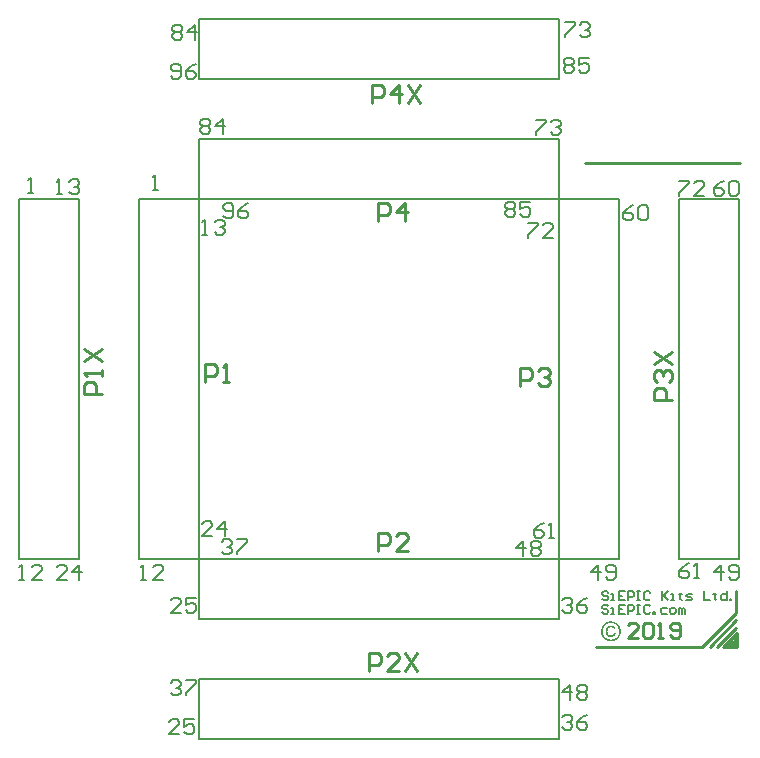
<source format=gto>
G04*
G04 #@! TF.GenerationSoftware,Altium Limited,Altium Designer,19.1.5 (86)*
G04*
G04 Layer_Color=65535*
%FSLAX25Y25*%
%MOIN*%
G70*
G01*
G75*
%ADD10C,0.01000*%
%ADD11C,0.00787*%
%ADD12C,0.00800*%
%ADD13C,0.00600*%
G36*
X200242Y41561D02*
X200317D01*
X200410Y41551D01*
X200513Y41533D01*
X200625Y41514D01*
X200868Y41467D01*
X201147Y41383D01*
X201437Y41281D01*
X201586Y41206D01*
X201735Y41131D01*
X201745Y41122D01*
X201773Y41113D01*
X201810Y41085D01*
X201866Y41057D01*
X201931Y41010D01*
X202015Y40954D01*
X202099Y40889D01*
X202192Y40814D01*
X202295Y40730D01*
X202398Y40646D01*
X202603Y40432D01*
X202799Y40180D01*
X202985Y39900D01*
X202995Y39891D01*
X203004Y39862D01*
X203023Y39825D01*
X203060Y39760D01*
X203088Y39685D01*
X203125Y39601D01*
X203172Y39508D01*
X203209Y39396D01*
X203256Y39275D01*
X203293Y39144D01*
X203368Y38864D01*
X203415Y38556D01*
X203424Y38398D01*
X203433Y38239D01*
Y38230D01*
Y38202D01*
Y38155D01*
X203424Y38090D01*
Y38015D01*
X203415Y37922D01*
X203396Y37819D01*
X203377Y37707D01*
X203321Y37455D01*
X203247Y37185D01*
X203135Y36886D01*
X203060Y36737D01*
X202985Y36588D01*
X202976Y36578D01*
X202967Y36550D01*
X202939Y36513D01*
X202902Y36457D01*
X202864Y36392D01*
X202808Y36317D01*
X202743Y36233D01*
X202668Y36140D01*
X202491Y35935D01*
X202286Y35729D01*
X202034Y35533D01*
X201754Y35356D01*
X201745D01*
X201717Y35337D01*
X201679Y35319D01*
X201614Y35291D01*
X201549Y35254D01*
X201465Y35216D01*
X201362Y35179D01*
X201250Y35142D01*
X201138Y35095D01*
X201008Y35058D01*
X200728Y34983D01*
X200420Y34936D01*
X200261Y34927D01*
X200102Y34918D01*
X200019D01*
X199953Y34927D01*
X199879D01*
X199785Y34946D01*
X199683Y34955D01*
X199571Y34974D01*
X199319Y35030D01*
X199048Y35104D01*
X198750Y35216D01*
X198600Y35282D01*
X198451Y35356D01*
X198442Y35366D01*
X198414Y35375D01*
X198376Y35403D01*
X198320Y35440D01*
X198255Y35487D01*
X198180Y35533D01*
X198097Y35599D01*
X198003Y35673D01*
X197798Y35851D01*
X197593Y36065D01*
X197397Y36308D01*
X197220Y36588D01*
Y36597D01*
X197201Y36625D01*
X197182Y36662D01*
X197154Y36728D01*
X197117Y36802D01*
X197080Y36886D01*
X197042Y36980D01*
X197005Y37091D01*
X196958Y37213D01*
X196921Y37343D01*
X196846Y37623D01*
X196800Y37922D01*
X196790Y38080D01*
X196781Y38239D01*
Y38249D01*
Y38276D01*
Y38323D01*
X196790Y38388D01*
Y38463D01*
X196809Y38556D01*
X196818Y38659D01*
X196837Y38771D01*
X196893Y39023D01*
X196968Y39303D01*
X197080Y39601D01*
X197145Y39751D01*
X197220Y39900D01*
X197229Y39909D01*
X197238Y39937D01*
X197266Y39974D01*
X197303Y40031D01*
X197350Y40096D01*
X197406Y40180D01*
X197471Y40264D01*
X197546Y40357D01*
X197723Y40553D01*
X197929Y40758D01*
X198180Y40954D01*
X198460Y41131D01*
X198470Y41141D01*
X198498Y41150D01*
X198544Y41169D01*
X198600Y41197D01*
X198675Y41234D01*
X198759Y41271D01*
X198862Y41309D01*
X198964Y41355D01*
X199085Y41393D01*
X199216Y41430D01*
X199496Y41505D01*
X199795Y41551D01*
X199944Y41570D01*
X200186D01*
X200242Y41561D01*
D02*
G37*
%LPC*%
G36*
X200102Y41019D02*
X200037D01*
X199981Y41010D01*
X199916D01*
X199851Y41001D01*
X199767Y40992D01*
X199673Y40973D01*
X199459Y40936D01*
X199235Y40870D01*
X198992Y40777D01*
X198740Y40656D01*
X198731D01*
X198712Y40637D01*
X198675Y40618D01*
X198628Y40590D01*
X198572Y40553D01*
X198507Y40506D01*
X198367Y40394D01*
X198199Y40245D01*
X198022Y40068D01*
X197854Y39853D01*
X197705Y39620D01*
Y39611D01*
X197686Y39592D01*
X197667Y39555D01*
X197649Y39508D01*
X197621Y39443D01*
X197583Y39377D01*
X197555Y39293D01*
X197518Y39200D01*
X197453Y38995D01*
X197387Y38762D01*
X197350Y38500D01*
X197332Y38239D01*
Y38230D01*
Y38211D01*
Y38164D01*
X197341Y38118D01*
Y38052D01*
X197350Y37978D01*
X197360Y37894D01*
X197378Y37801D01*
X197425Y37586D01*
X197481Y37353D01*
X197574Y37110D01*
X197695Y36858D01*
Y36849D01*
X197714Y36830D01*
X197733Y36793D01*
X197761Y36746D01*
X197798Y36690D01*
X197845Y36634D01*
X197957Y36485D01*
X198106Y36317D01*
X198283Y36149D01*
X198488Y35981D01*
X198722Y35832D01*
X198731D01*
X198750Y35813D01*
X198787Y35795D01*
X198834Y35776D01*
X198899Y35748D01*
X198974Y35720D01*
X199048Y35683D01*
X199142Y35655D01*
X199347Y35580D01*
X199580Y35524D01*
X199841Y35487D01*
X200102Y35468D01*
X200177D01*
X200224Y35477D01*
X200289D01*
X200364Y35487D01*
X200448Y35496D01*
X200541Y35515D01*
X200756Y35561D01*
X200989Y35617D01*
X201231Y35711D01*
X201483Y35832D01*
X201493D01*
X201511Y35851D01*
X201549Y35869D01*
X201595Y35897D01*
X201651Y35935D01*
X201717Y35981D01*
X201856Y36093D01*
X202025Y36242D01*
X202192Y36420D01*
X202360Y36625D01*
X202510Y36858D01*
Y36868D01*
X202528Y36886D01*
X202547Y36924D01*
X202566Y36970D01*
X202594Y37036D01*
X202631Y37110D01*
X202659Y37185D01*
X202696Y37278D01*
X202762Y37483D01*
X202827Y37717D01*
X202864Y37978D01*
X202883Y38239D01*
Y38249D01*
Y38267D01*
Y38314D01*
X202873Y38360D01*
Y38426D01*
X202864Y38500D01*
X202855Y38584D01*
X202836Y38678D01*
X202789Y38892D01*
X202724Y39125D01*
X202631Y39368D01*
X202510Y39620D01*
Y39629D01*
X202491Y39648D01*
X202472Y39685D01*
X202444Y39732D01*
X202407Y39788D01*
X202360Y39853D01*
X202239Y40003D01*
X202090Y40170D01*
X201912Y40338D01*
X201707Y40506D01*
X201465Y40656D01*
X201455D01*
X201437Y40674D01*
X201399Y40693D01*
X201353Y40712D01*
X201287Y40740D01*
X201222Y40767D01*
X201138Y40805D01*
X201045Y40842D01*
X200840Y40907D01*
X200606Y40964D01*
X200364Y41001D01*
X200102Y41019D01*
D02*
G37*
%LPD*%
G36*
X200345Y40096D02*
X200485Y40077D01*
X200634Y40040D01*
X200793Y39993D01*
X200961Y39919D01*
X201110Y39825D01*
X201129Y39816D01*
X201175Y39779D01*
X201241Y39713D01*
X201325Y39629D01*
X201418Y39517D01*
X201502Y39387D01*
X201586Y39237D01*
X201651Y39070D01*
X201129Y38930D01*
X201119Y38948D01*
X201101Y38985D01*
X201073Y39042D01*
X201026Y39116D01*
X200970Y39200D01*
X200905Y39284D01*
X200821Y39359D01*
X200728Y39433D01*
X200718Y39443D01*
X200681Y39461D01*
X200634Y39489D01*
X200560Y39527D01*
X200476Y39564D01*
X200373Y39592D01*
X200252Y39611D01*
X200131Y39620D01*
X200084D01*
X200046Y39611D01*
X199953Y39601D01*
X199832Y39573D01*
X199701Y39536D01*
X199561Y39471D01*
X199421Y39377D01*
X199291Y39256D01*
X199281Y39237D01*
X199244Y39191D01*
X199188Y39107D01*
X199132Y38985D01*
X199067Y38846D01*
X199020Y38659D01*
X198983Y38454D01*
X198964Y38211D01*
Y38202D01*
Y38183D01*
Y38146D01*
X198974Y38099D01*
Y38043D01*
X198983Y37978D01*
X199002Y37829D01*
X199039Y37670D01*
X199095Y37502D01*
X199170Y37334D01*
X199272Y37194D01*
X199291Y37176D01*
X199328Y37138D01*
X199393Y37082D01*
X199487Y37026D01*
X199608Y36961D01*
X199739Y36905D01*
X199897Y36868D01*
X200075Y36849D01*
X200140D01*
X200214Y36858D01*
X200317Y36877D01*
X200420Y36905D01*
X200541Y36942D01*
X200662Y36998D01*
X200774Y37073D01*
X200784Y37082D01*
X200821Y37119D01*
X200877Y37166D01*
X200933Y37241D01*
X201008Y37325D01*
X201073Y37437D01*
X201129Y37558D01*
X201175Y37698D01*
X201717Y37539D01*
Y37530D01*
X201707Y37511D01*
X201698Y37483D01*
X201689Y37446D01*
X201651Y37353D01*
X201595Y37222D01*
X201521Y37082D01*
X201418Y36933D01*
X201297Y36793D01*
X201147Y36662D01*
X201138D01*
X201129Y36653D01*
X201073Y36616D01*
X200979Y36560D01*
X200858Y36504D01*
X200709Y36438D01*
X200532Y36392D01*
X200326Y36355D01*
X200112Y36336D01*
X200037D01*
X199981Y36345D01*
X199916Y36355D01*
X199841Y36364D01*
X199664Y36401D01*
X199459Y36457D01*
X199244Y36541D01*
X199142Y36597D01*
X199039Y36672D01*
X198936Y36746D01*
X198843Y36830D01*
X198834Y36840D01*
X198824Y36858D01*
X198796Y36886D01*
X198768Y36924D01*
X198731Y36970D01*
X198694Y37036D01*
X198647Y37110D01*
X198610Y37194D01*
X198563Y37288D01*
X198516Y37390D01*
X198479Y37511D01*
X198442Y37633D01*
X198414Y37773D01*
X198386Y37913D01*
X198376Y38071D01*
X198367Y38230D01*
Y38239D01*
Y38258D01*
Y38286D01*
Y38323D01*
X198376Y38435D01*
X198395Y38575D01*
X198423Y38734D01*
X198460Y38901D01*
X198507Y39070D01*
X198582Y39237D01*
Y39247D01*
X198591Y39256D01*
X198619Y39312D01*
X198675Y39387D01*
X198740Y39480D01*
X198834Y39592D01*
X198936Y39695D01*
X199067Y39797D01*
X199207Y39891D01*
X199216D01*
X199225Y39900D01*
X199281Y39928D01*
X199365Y39965D01*
X199477Y40003D01*
X199617Y40040D01*
X199776Y40077D01*
X199953Y40105D01*
X200140Y40114D01*
X200242D01*
X200345Y40096D01*
D02*
G37*
D10*
X191600Y194200D02*
X243200D01*
X230364Y32828D02*
X241781Y44246D01*
X233021Y33124D02*
X241879Y41982D01*
X235383Y32927D02*
X241879Y39423D01*
X237450Y32828D02*
X242175Y37553D01*
X237450Y32828D02*
X242076D01*
X242175Y32927D01*
Y37553D01*
X241387Y36765D02*
X242175Y37553D01*
X241387Y33517D02*
Y36765D01*
X241289Y33419D02*
X241387Y33517D01*
X239222Y33419D02*
X241289D01*
X239222D02*
Y33714D01*
X240600Y35092D01*
Y34108D02*
Y35092D01*
X239911Y33419D02*
X240600Y34108D01*
X195013Y32828D02*
X230364D01*
X241781Y44246D02*
Y51502D01*
X209113Y36002D02*
X205781D01*
X209113Y39334D01*
Y40167D01*
X208280Y41000D01*
X206614D01*
X205781Y40167D01*
X210779D02*
X211612Y41000D01*
X213279D01*
X214112Y40167D01*
Y36835D01*
X213279Y36002D01*
X211612D01*
X210779Y36835D01*
Y40167D01*
X215778Y36002D02*
X217444D01*
X216611D01*
Y41000D01*
X215778Y40167D01*
X219943Y36835D02*
X220776Y36002D01*
X222442D01*
X223275Y36835D01*
Y40167D01*
X222442Y41000D01*
X220776D01*
X219943Y40167D01*
Y39334D01*
X220776Y38501D01*
X223275D01*
X120400Y214400D02*
Y220398D01*
X123399D01*
X124399Y219398D01*
Y217399D01*
X123399Y216399D01*
X120400D01*
X129397Y214400D02*
Y220398D01*
X126398Y217399D01*
X130397D01*
X132396Y220398D02*
X136395Y214400D01*
Y220398D02*
X132396Y214400D01*
X220400Y115400D02*
X214402D01*
Y118399D01*
X215402Y119399D01*
X217401D01*
X218401Y118399D01*
Y115400D01*
X215402Y121398D02*
X214402Y122398D01*
Y124397D01*
X215402Y125397D01*
X216401D01*
X217401Y124397D01*
Y123397D01*
Y124397D01*
X218401Y125397D01*
X219400D01*
X220400Y124397D01*
Y122398D01*
X219400Y121398D01*
X214402Y127396D02*
X220400Y131395D01*
X214402D02*
X220400Y127396D01*
X119400Y24900D02*
Y30898D01*
X122399D01*
X123399Y29898D01*
Y27899D01*
X122399Y26899D01*
X119400D01*
X129397Y24900D02*
X125398D01*
X129397Y28899D01*
Y29898D01*
X128397Y30898D01*
X126398D01*
X125398Y29898D01*
X131396Y30898D02*
X135395Y24900D01*
Y30898D02*
X131396Y24900D01*
X30400Y117400D02*
X24402D01*
Y120399D01*
X25402Y121399D01*
X27401D01*
X28401Y120399D01*
Y117400D01*
X30400Y123398D02*
Y125397D01*
Y124398D01*
X24402D01*
X25402Y123398D01*
X24402Y128396D02*
X30400Y132395D01*
X24402D02*
X30400Y128396D01*
X122400Y174900D02*
Y180898D01*
X125399D01*
X126399Y179898D01*
Y177899D01*
X125399Y176899D01*
X122400D01*
X131397Y174900D02*
Y180898D01*
X128398Y177899D01*
X132397D01*
X169900Y119900D02*
Y125898D01*
X172899D01*
X173899Y124898D01*
Y122899D01*
X172899Y121899D01*
X169900D01*
X175898Y124898D02*
X176898Y125898D01*
X178897D01*
X179897Y124898D01*
Y123899D01*
X178897Y122899D01*
X177897D01*
X178897D01*
X179897Y121899D01*
Y120900D01*
X178897Y119900D01*
X176898D01*
X175898Y120900D01*
X122400Y64900D02*
Y70898D01*
X125399D01*
X126399Y69898D01*
Y67899D01*
X125399Y66899D01*
X122400D01*
X132397Y64900D02*
X128398D01*
X132397Y68899D01*
Y69898D01*
X131397Y70898D01*
X129398D01*
X128398Y69898D01*
X64900Y121400D02*
Y127398D01*
X67899D01*
X68899Y126398D01*
Y124399D01*
X67899Y123399D01*
X64900D01*
X70898Y121400D02*
X72897D01*
X71898D01*
Y127398D01*
X70898Y126398D01*
D11*
X62900Y242400D02*
X182900D01*
X62900Y222400D02*
Y242400D01*
Y222400D02*
X182900D01*
Y242400D01*
X242900Y62400D02*
Y182400D01*
X222900D02*
X242900D01*
X222900Y62400D02*
Y182400D01*
Y62400D02*
X242900D01*
X62900Y2400D02*
X182900D01*
Y22400D01*
X62900D02*
X182900D01*
X62900Y2400D02*
Y22400D01*
X2900Y62400D02*
Y182400D01*
Y62400D02*
X22900D01*
Y182400D01*
X2900D02*
X22900D01*
X62900Y202400D02*
X182900D01*
X62900Y182400D02*
Y202400D01*
Y182400D02*
X182900D01*
Y202400D01*
X202900Y62400D02*
Y182400D01*
X182900D02*
X202900D01*
X182900Y62400D02*
Y182400D01*
Y62400D02*
X202900D01*
X42900D02*
Y182400D01*
Y62400D02*
X62900D01*
Y182400D01*
X42900D02*
X62900D01*
Y42400D02*
X182900D01*
Y62400D01*
X62900D02*
X182900D01*
X62900Y42400D02*
Y62400D01*
D12*
X172400Y174398D02*
X175732D01*
Y173565D01*
X172400Y170233D01*
Y169400D01*
X180731D02*
X177398D01*
X180731Y172732D01*
Y173565D01*
X179898Y174398D01*
X178231D01*
X177398Y173565D01*
X184800Y241298D02*
X188132D01*
Y240465D01*
X184800Y237133D01*
Y236300D01*
X189798Y240465D02*
X190631Y241298D01*
X192298D01*
X193131Y240465D01*
Y239632D01*
X192298Y238799D01*
X191464D01*
X192298D01*
X193131Y237966D01*
Y237133D01*
X192298Y236300D01*
X190631D01*
X189798Y237133D01*
X184400Y228565D02*
X185233Y229398D01*
X186899D01*
X187732Y228565D01*
Y227732D01*
X186899Y226899D01*
X187732Y226066D01*
Y225233D01*
X186899Y224400D01*
X185233D01*
X184400Y225233D01*
Y226066D01*
X185233Y226899D01*
X184400Y227732D01*
Y228565D01*
X185233Y226899D02*
X186899D01*
X192731Y229398D02*
X189398D01*
Y226899D01*
X191065Y227732D01*
X191898D01*
X192731Y226899D01*
Y225233D01*
X191898Y224400D01*
X190231D01*
X189398Y225233D01*
X53900Y239565D02*
X54733Y240398D01*
X56399D01*
X57232Y239565D01*
Y238732D01*
X56399Y237899D01*
X57232Y237066D01*
Y236233D01*
X56399Y235400D01*
X54733D01*
X53900Y236233D01*
Y237066D01*
X54733Y237899D01*
X53900Y238732D01*
Y239565D01*
X54733Y237899D02*
X56399D01*
X61398Y235400D02*
Y240398D01*
X58898Y237899D01*
X62231D01*
X53400Y223233D02*
X54233Y222400D01*
X55899D01*
X56732Y223233D01*
Y226565D01*
X55899Y227398D01*
X54233D01*
X53400Y226565D01*
Y225732D01*
X54233Y224899D01*
X56732D01*
X61731Y227398D02*
X60065Y226565D01*
X58398Y224899D01*
Y223233D01*
X59231Y222400D01*
X60898D01*
X61731Y223233D01*
Y224066D01*
X60898Y224899D01*
X58398D01*
X236899Y55400D02*
Y60398D01*
X234400Y57899D01*
X237732D01*
X239398Y56233D02*
X240231Y55400D01*
X241898D01*
X242731Y56233D01*
Y59565D01*
X241898Y60398D01*
X240231D01*
X239398Y59565D01*
Y58732D01*
X240231Y57899D01*
X242731D01*
X226232Y60898D02*
X224566Y60065D01*
X222900Y58399D01*
Y56733D01*
X223733Y55900D01*
X225399D01*
X226232Y56733D01*
Y57566D01*
X225399Y58399D01*
X222900D01*
X227898Y55900D02*
X229564D01*
X228731D01*
Y60898D01*
X227898Y60065D01*
X237732Y188398D02*
X236066Y187565D01*
X234400Y185899D01*
Y184233D01*
X235233Y183400D01*
X236899D01*
X237732Y184233D01*
Y185066D01*
X236899Y185899D01*
X234400D01*
X239398Y187565D02*
X240231Y188398D01*
X241898D01*
X242731Y187565D01*
Y184233D01*
X241898Y183400D01*
X240231D01*
X239398Y184233D01*
Y187565D01*
X222900Y188398D02*
X226232D01*
Y187565D01*
X222900Y184233D01*
Y183400D01*
X231231D02*
X227898D01*
X231231Y186732D01*
Y187565D01*
X230398Y188398D01*
X228731D01*
X227898Y187565D01*
X56232Y3900D02*
X52900D01*
X56232Y7232D01*
Y8065D01*
X55399Y8898D01*
X53733D01*
X52900Y8065D01*
X61231Y8898D02*
X57898D01*
Y6399D01*
X59565Y7232D01*
X60398D01*
X61231Y6399D01*
Y4733D01*
X60398Y3900D01*
X58731D01*
X57898Y4733D01*
X53400Y21065D02*
X54233Y21898D01*
X55899D01*
X56732Y21065D01*
Y20232D01*
X55899Y19399D01*
X55066D01*
X55899D01*
X56732Y18566D01*
Y17733D01*
X55899Y16900D01*
X54233D01*
X53400Y17733D01*
X58398Y21898D02*
X61731D01*
Y21065D01*
X58398Y17733D01*
Y16900D01*
X183900Y9565D02*
X184733Y10398D01*
X186399D01*
X187232Y9565D01*
Y8732D01*
X186399Y7899D01*
X185566D01*
X186399D01*
X187232Y7066D01*
Y6233D01*
X186399Y5400D01*
X184733D01*
X183900Y6233D01*
X192231Y10398D02*
X190565Y9565D01*
X188898Y7899D01*
Y6233D01*
X189731Y5400D01*
X191398D01*
X192231Y6233D01*
Y7066D01*
X191398Y7899D01*
X188898D01*
X186399Y15400D02*
Y20398D01*
X183900Y17899D01*
X187232D01*
X188898Y19565D02*
X189731Y20398D01*
X191398D01*
X192231Y19565D01*
Y18732D01*
X191398Y17899D01*
X192231Y17066D01*
Y16233D01*
X191398Y15400D01*
X189731D01*
X188898Y16233D01*
Y17066D01*
X189731Y17899D01*
X188898Y18732D01*
Y19565D01*
X189731Y17899D02*
X191398D01*
X5900Y184400D02*
X7566D01*
X6733D01*
Y189398D01*
X5900Y188565D01*
X15400Y183900D02*
X17066D01*
X16233D01*
Y188898D01*
X15400Y188065D01*
X19565D02*
X20398Y188898D01*
X22064D01*
X22898Y188065D01*
Y187232D01*
X22064Y186399D01*
X21231D01*
X22064D01*
X22898Y185566D01*
Y184733D01*
X22064Y183900D01*
X20398D01*
X19565Y184733D01*
X2900Y55400D02*
X4566D01*
X3733D01*
Y60398D01*
X2900Y59565D01*
X10398Y55400D02*
X7065D01*
X10398Y58732D01*
Y59565D01*
X9565Y60398D01*
X7898D01*
X7065Y59565D01*
X18732Y55400D02*
X15400D01*
X18732Y58732D01*
Y59565D01*
X17899Y60398D01*
X16233D01*
X15400Y59565D01*
X22898Y55400D02*
Y60398D01*
X20398Y57899D01*
X23731D01*
X175100Y208798D02*
X178432D01*
Y207965D01*
X175100Y204633D01*
Y203800D01*
X180098Y207965D02*
X180931Y208798D01*
X182598D01*
X183431Y207965D01*
Y207132D01*
X182598Y206299D01*
X181764D01*
X182598D01*
X183431Y205466D01*
Y204633D01*
X182598Y203800D01*
X180931D01*
X180098Y204633D01*
X164900Y180565D02*
X165733Y181398D01*
X167399D01*
X168232Y180565D01*
Y179732D01*
X167399Y178899D01*
X168232Y178066D01*
Y177233D01*
X167399Y176400D01*
X165733D01*
X164900Y177233D01*
Y178066D01*
X165733Y178899D01*
X164900Y179732D01*
Y180565D01*
X165733Y178899D02*
X167399D01*
X173231Y181398D02*
X169898D01*
Y178899D01*
X171564Y179732D01*
X172398D01*
X173231Y178899D01*
Y177233D01*
X172398Y176400D01*
X170731D01*
X169898Y177233D01*
X63300Y208165D02*
X64133Y208998D01*
X65799D01*
X66632Y208165D01*
Y207332D01*
X65799Y206499D01*
X66632Y205666D01*
Y204833D01*
X65799Y204000D01*
X64133D01*
X63300Y204833D01*
Y205666D01*
X64133Y206499D01*
X63300Y207332D01*
Y208165D01*
X64133Y206499D02*
X65799D01*
X70798Y204000D02*
Y208998D01*
X68298Y206499D01*
X71631D01*
X70900Y176733D02*
X71733Y175900D01*
X73399D01*
X74232Y176733D01*
Y180065D01*
X73399Y180898D01*
X71733D01*
X70900Y180065D01*
Y179232D01*
X71733Y178399D01*
X74232D01*
X79231Y180898D02*
X77565Y180065D01*
X75898Y178399D01*
Y176733D01*
X76731Y175900D01*
X78398D01*
X79231Y176733D01*
Y177566D01*
X78398Y178399D01*
X75898D01*
X195899Y55400D02*
Y60398D01*
X193400Y57899D01*
X196732D01*
X198398Y56233D02*
X199231Y55400D01*
X200898D01*
X201731Y56233D01*
Y59565D01*
X200898Y60398D01*
X199231D01*
X198398Y59565D01*
Y58732D01*
X199231Y57899D01*
X201731D01*
X177732Y74398D02*
X176066Y73565D01*
X174400Y71899D01*
Y70233D01*
X175233Y69400D01*
X176899D01*
X177732Y70233D01*
Y71066D01*
X176899Y71899D01*
X174400D01*
X179398Y69400D02*
X181064D01*
X180231D01*
Y74398D01*
X179398Y73565D01*
X207632Y180198D02*
X205966Y179365D01*
X204300Y177699D01*
Y176033D01*
X205133Y175200D01*
X206799D01*
X207632Y176033D01*
Y176866D01*
X206799Y177699D01*
X204300D01*
X209298Y179365D02*
X210131Y180198D01*
X211798D01*
X212631Y179365D01*
Y176033D01*
X211798Y175200D01*
X210131D01*
X209298Y176033D01*
Y179365D01*
X47400Y185400D02*
X49066D01*
X48233D01*
Y190398D01*
X47400Y189565D01*
X63900Y170400D02*
X65566D01*
X64733D01*
Y175398D01*
X63900Y174565D01*
X68065D02*
X68898Y175398D01*
X70565D01*
X71398Y174565D01*
Y173732D01*
X70565Y172899D01*
X69731D01*
X70565D01*
X71398Y172066D01*
Y171233D01*
X70565Y170400D01*
X68898D01*
X68065Y171233D01*
X43400Y55400D02*
X45066D01*
X44233D01*
Y60398D01*
X43400Y59565D01*
X50898Y55400D02*
X47565D01*
X50898Y58732D01*
Y59565D01*
X50064Y60398D01*
X48398D01*
X47565Y59565D01*
X67232Y69900D02*
X63900D01*
X67232Y73232D01*
Y74065D01*
X66399Y74898D01*
X64733D01*
X63900Y74065D01*
X71398Y69900D02*
Y74898D01*
X68898Y72399D01*
X72231D01*
X56732Y44400D02*
X53400D01*
X56732Y47732D01*
Y48565D01*
X55899Y49398D01*
X54233D01*
X53400Y48565D01*
X61731Y49398D02*
X58398D01*
Y46899D01*
X60065Y47732D01*
X60898D01*
X61731Y46899D01*
Y45233D01*
X60898Y44400D01*
X59231D01*
X58398Y45233D01*
X70400Y68065D02*
X71233Y68898D01*
X72899D01*
X73732Y68065D01*
Y67232D01*
X72899Y66399D01*
X72066D01*
X72899D01*
X73732Y65566D01*
Y64733D01*
X72899Y63900D01*
X71233D01*
X70400Y64733D01*
X75398Y68898D02*
X78731D01*
Y68065D01*
X75398Y64733D01*
Y63900D01*
X183900Y48565D02*
X184733Y49398D01*
X186399D01*
X187232Y48565D01*
Y47732D01*
X186399Y46899D01*
X185566D01*
X186399D01*
X187232Y46066D01*
Y45233D01*
X186399Y44400D01*
X184733D01*
X183900Y45233D01*
X192231Y49398D02*
X190565Y48565D01*
X188898Y46899D01*
Y45233D01*
X189731Y44400D01*
X191398D01*
X192231Y45233D01*
Y46066D01*
X191398Y46899D01*
X188898D01*
X170899Y63400D02*
Y68398D01*
X168400Y65899D01*
X171732D01*
X173398Y67565D02*
X174231Y68398D01*
X175898D01*
X176731Y67565D01*
Y66732D01*
X175898Y65899D01*
X176731Y65066D01*
Y64233D01*
X175898Y63400D01*
X174231D01*
X173398Y64233D01*
Y65066D01*
X174231Y65899D01*
X173398Y66732D01*
Y67565D01*
X174231Y65899D02*
X175898D01*
D13*
X199280Y51001D02*
X198781Y51501D01*
X197781D01*
X197281Y51001D01*
Y50501D01*
X197781Y50001D01*
X198781D01*
X199280Y49501D01*
Y49001D01*
X198781Y48502D01*
X197781D01*
X197281Y49001D01*
X200280Y48502D02*
X201280D01*
X200780D01*
Y50501D01*
X200280D01*
X204779Y51501D02*
X202779D01*
Y48502D01*
X204779D01*
X202779Y50001D02*
X203779D01*
X205778Y48502D02*
Y51501D01*
X207278D01*
X207778Y51001D01*
Y50001D01*
X207278Y49501D01*
X205778D01*
X208777Y51501D02*
X209777D01*
X209277D01*
Y48502D01*
X208777D01*
X209777D01*
X213276Y51001D02*
X212776Y51501D01*
X211776D01*
X211277Y51001D01*
Y49001D01*
X211776Y48502D01*
X212776D01*
X213276Y49001D01*
X217274Y51501D02*
Y48502D01*
Y49501D01*
X219274Y51501D01*
X217774Y50001D01*
X219274Y48502D01*
X220274D02*
X221273D01*
X220773D01*
Y50501D01*
X220274D01*
X223273Y51001D02*
Y50501D01*
X222773D01*
X223772D01*
X223273D01*
Y49001D01*
X223772Y48502D01*
X225272D02*
X226771D01*
X227271Y49001D01*
X226771Y49501D01*
X225772D01*
X225272Y50001D01*
X225772Y50501D01*
X227271D01*
X231270Y51501D02*
Y48502D01*
X233269D01*
X234769Y51001D02*
Y50501D01*
X234269D01*
X235269D01*
X234769D01*
Y49001D01*
X235269Y48502D01*
X238768Y51501D02*
Y48502D01*
X237268D01*
X236768Y49001D01*
Y50001D01*
X237268Y50501D01*
X238768D01*
X239767Y48502D02*
Y49001D01*
X240267D01*
Y48502D01*
X239767D01*
X199280Y46501D02*
X198781Y47001D01*
X197781D01*
X197281Y46501D01*
Y46001D01*
X197781Y45501D01*
X198781D01*
X199280Y45001D01*
Y44501D01*
X198781Y44002D01*
X197781D01*
X197281Y44501D01*
X200280Y44002D02*
X201280D01*
X200780D01*
Y46001D01*
X200280D01*
X204779Y47001D02*
X202779D01*
Y44002D01*
X204779D01*
X202779Y45501D02*
X203779D01*
X205778Y44002D02*
Y47001D01*
X207278D01*
X207778Y46501D01*
Y45501D01*
X207278Y45001D01*
X205778D01*
X208777Y47001D02*
X209777D01*
X209277D01*
Y44002D01*
X208777D01*
X209777D01*
X213276Y46501D02*
X212776Y47001D01*
X211776D01*
X211277Y46501D01*
Y44501D01*
X211776Y44002D01*
X212776D01*
X213276Y44501D01*
X214276Y44002D02*
Y44501D01*
X214775D01*
Y44002D01*
X214276D01*
X218774Y46001D02*
X217274D01*
X216775Y45501D01*
Y44501D01*
X217274Y44002D01*
X218774D01*
X220274D02*
X221273D01*
X221773Y44501D01*
Y45501D01*
X221273Y46001D01*
X220274D01*
X219774Y45501D01*
Y44501D01*
X220274Y44002D01*
X222773D02*
Y46001D01*
X223273D01*
X223772Y45501D01*
Y44002D01*
Y45501D01*
X224272Y46001D01*
X224772Y45501D01*
Y44002D01*
M02*

</source>
